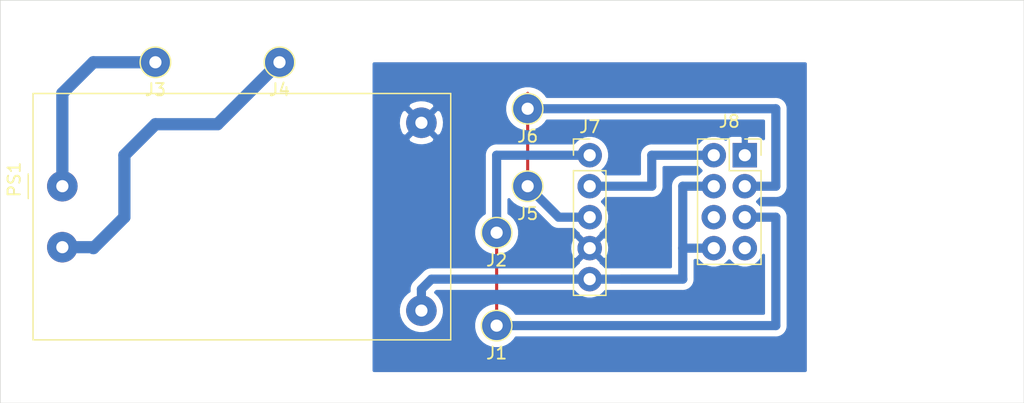
<source format=kicad_pcb>
(kicad_pcb (version 20171130) (host pcbnew "(5.0.2)-1")

  (general
    (thickness 1.6)
    (drawings 4)
    (tracks 35)
    (zones 0)
    (modules 9)
    (nets 8)
  )

  (page User 210.007 148.006)
  (layers
    (0 F.Cu signal)
    (31 B.Cu signal)
    (32 B.Adhes user)
    (33 F.Adhes user)
    (34 B.Paste user)
    (35 F.Paste user)
    (36 B.SilkS user)
    (37 F.SilkS user)
    (38 B.Mask user)
    (39 F.Mask user)
    (40 Dwgs.User user)
    (41 Cmts.User user)
    (42 Eco1.User user)
    (43 Eco2.User user)
    (44 Edge.Cuts user)
    (45 Margin user)
    (46 B.CrtYd user)
    (47 F.CrtYd user)
    (48 B.Fab user)
    (49 F.Fab user)
  )

  (setup
    (last_trace_width 0.25)
    (user_trace_width 0.75)
    (user_trace_width 1)
    (trace_clearance 0.2)
    (zone_clearance 0.508)
    (zone_45_only no)
    (trace_min 0.2)
    (segment_width 0.2)
    (edge_width 0.05)
    (via_size 0.8)
    (via_drill 0.4)
    (via_min_size 0.4)
    (via_min_drill 0.3)
    (uvia_size 0.3)
    (uvia_drill 0.1)
    (uvias_allowed no)
    (uvia_min_size 0.2)
    (uvia_min_drill 0.1)
    (pcb_text_width 0.3)
    (pcb_text_size 1.5 1.5)
    (mod_edge_width 0.12)
    (mod_text_size 1 1)
    (mod_text_width 0.15)
    (pad_size 2 2)
    (pad_drill 1)
    (pad_to_mask_clearance 0)
    (solder_mask_min_width 0.25)
    (aux_axis_origin 0 0)
    (visible_elements 7FFFFFFF)
    (pcbplotparams
      (layerselection 0x00000_fffffffe)
      (usegerberextensions false)
      (usegerberattributes true)
      (usegerberadvancedattributes true)
      (creategerberjobfile true)
      (excludeedgelayer false)
      (linewidth 0.100000)
      (plotframeref false)
      (viasonmask false)
      (mode 1)
      (useauxorigin false)
      (hpglpennumber 1)
      (hpglpenspeed 20)
      (hpglpendiameter 15.000000)
      (psnegative false)
      (psa4output false)
      (plotreference false)
      (plotvalue false)
      (plotinvisibletext false)
      (padsonsilk true)
      (subtractmaskfromsilk false)
      (outputformat 4)
      (mirror false)
      (drillshape 1)
      (scaleselection 1)
      (outputdirectory ""))
  )

  (net 0 "")
  (net 1 /3v3dc)
  (net 2 /gnd)
  (net 3 /ac_live)
  (net 4 /ac_neutral)
  (net 5 /clk)
  (net 6 /cs)
  (net 7 /din)

  (net_class Default "This is the default net class."
    (clearance 0.2)
    (trace_width 0.25)
    (via_dia 0.8)
    (via_drill 0.4)
    (uvia_dia 0.3)
    (uvia_drill 0.1)
    (add_net /3v3dc)
    (add_net /ac_live)
    (add_net /ac_neutral)
    (add_net /clk)
    (add_net /cs)
    (add_net /din)
    (add_net /gnd)
  )

  (module Connector_Pin:Pin_D1.0mm_L10.0mm (layer F.Cu) (tedit 5FCAB211) (tstamp 5FCAAB73)
    (at 33.528 27.2288)
    (descr "solder Pin_ diameter 1.0mm, hole diameter 1.0mm (press fit), length 10.0mm")
    (tags "solder Pin_ press fit")
    (path /5FCA9F7D)
    (fp_text reference J3 (at 0 2.25) (layer F.SilkS)
      (effects (font (size 1 1) (thickness 0.15)))
    )
    (fp_text value Conn_01x01_Male (at 0 -2.05) (layer F.Fab)
      (effects (font (size 1 1) (thickness 0.15)))
    )
    (fp_circle (center 0 0) (end 1.25 0.05) (layer F.SilkS) (width 0.12))
    (fp_circle (center 0 0) (end 1 0) (layer F.Fab) (width 0.12))
    (fp_circle (center 0 0) (end 0.5 0) (layer F.Fab) (width 0.12))
    (fp_circle (center 0 0) (end 1.5 0) (layer F.CrtYd) (width 0.05))
    (fp_text user %R (at 0 2.25) (layer F.Fab)
      (effects (font (size 1 1) (thickness 0.15)))
    )
    (pad 1 thru_hole circle (at 0 0) (size 2.5 2.5) (drill 1) (layers *.Cu *.Mask)
      (net 3 /ac_live))
    (model ${KISYS3DMOD}/Connector_Pin.3dshapes/Pin_D1.0mm_L10.0mm.wrl
      (at (xyz 0 0 0))
      (scale (xyz 1 1 1))
      (rotate (xyz 0 0 0))
    )
  )

  (module Connector_Pin:Pin_D1.0mm_L10.0mm (layer F.Cu) (tedit 5A1DC084) (tstamp 5FCAAB58)
    (at 43.688 27.2288)
    (descr "solder Pin_ diameter 1.0mm, hole diameter 1.0mm (press fit), length 10.0mm")
    (tags "solder Pin_ press fit")
    (path /5FCAA26B)
    (fp_text reference J4 (at 0 2.25) (layer F.SilkS)
      (effects (font (size 1 1) (thickness 0.15)))
    )
    (fp_text value Conn_01x01_Male (at 0 -2.05) (layer F.Fab)
      (effects (font (size 1 1) (thickness 0.15)))
    )
    (fp_text user %R (at 0 2.25) (layer F.Fab)
      (effects (font (size 1 1) (thickness 0.15)))
    )
    (fp_circle (center 0 0) (end 1.5 0) (layer F.CrtYd) (width 0.05))
    (fp_circle (center 0 0) (end 0.5 0) (layer F.Fab) (width 0.12))
    (fp_circle (center 0 0) (end 1 0) (layer F.Fab) (width 0.12))
    (fp_circle (center 0 0) (end 1.25 0.05) (layer F.SilkS) (width 0.12))
    (pad 1 thru_hole circle (at 0 0) (size 2.5 2.5) (drill 1) (layers *.Cu *.Mask)
      (net 4 /ac_neutral))
    (model ${KISYS3DMOD}/Connector_Pin.3dshapes/Pin_D1.0mm_L10.0mm.wrl
      (at (xyz 0 0 0))
      (scale (xyz 1 1 1))
      (rotate (xyz 0 0 0))
    )
  )

  (module Connector_PinHeader_2.54mm:PinHeader_1x05_P2.54mm_Vertical (layer F.Cu) (tedit 5FCAB29E) (tstamp 5FCAAC2A)
    (at 69.088 34.8488)
    (descr "Through hole straight pin header, 1x05, 2.54mm pitch, single row")
    (tags "Through hole pin header THT 1x05 2.54mm single row")
    (path /5FCAB425)
    (fp_text reference J7 (at 0 -2.33) (layer F.SilkS)
      (effects (font (size 1 1) (thickness 0.15)))
    )
    (fp_text value Conn_01x05_Male (at 0 12.49) (layer F.Fab)
      (effects (font (size 1 1) (thickness 0.15)))
    )
    (fp_line (start 1.8 -1.8) (end -1.8 -1.8) (layer F.CrtYd) (width 0.05))
    (fp_line (start 1.8 11.95) (end 1.8 -1.8) (layer F.CrtYd) (width 0.05))
    (fp_line (start -1.8 11.95) (end 1.8 11.95) (layer F.CrtYd) (width 0.05))
    (fp_line (start -1.8 -1.8) (end -1.8 11.95) (layer F.CrtYd) (width 0.05))
    (fp_line (start -1.33 -1.33) (end 0 -1.33) (layer F.SilkS) (width 0.12))
    (fp_line (start -1.33 0) (end -1.33 -1.33) (layer F.SilkS) (width 0.12))
    (fp_line (start -1.33 1.27) (end 1.33 1.27) (layer F.SilkS) (width 0.12))
    (fp_line (start 1.33 1.27) (end 1.33 11.49) (layer F.SilkS) (width 0.12))
    (fp_line (start -1.33 1.27) (end -1.33 11.49) (layer F.SilkS) (width 0.12))
    (fp_line (start -1.33 11.49) (end 1.33 11.49) (layer F.SilkS) (width 0.12))
    (fp_line (start -1.27 -0.635) (end -0.635 -1.27) (layer F.Fab) (width 0.1))
    (fp_line (start -1.27 11.43) (end -1.27 -0.635) (layer F.Fab) (width 0.1))
    (fp_line (start 1.27 11.43) (end -1.27 11.43) (layer F.Fab) (width 0.1))
    (fp_line (start 1.27 -1.27) (end 1.27 11.43) (layer F.Fab) (width 0.1))
    (fp_line (start -0.635 -1.27) (end 1.27 -1.27) (layer F.Fab) (width 0.1))
    (fp_text user %R (at 0 5.08 90) (layer F.Fab)
      (effects (font (size 1 1) (thickness 0.15)))
    )
    (pad 1 thru_hole circle (at 0 0) (size 2 2) (drill 1) (layers *.Cu *.Mask)
      (net 5 /clk))
    (pad 2 thru_hole circle (at 0 2.54) (size 2 2) (drill 1) (layers *.Cu *.Mask)
      (net 6 /cs))
    (pad 3 thru_hole circle (at 0 5.08) (size 2 2) (drill 1) (layers *.Cu *.Mask)
      (net 7 /din))
    (pad 4 thru_hole circle (at 0 7.62) (size 2 2) (drill 1) (layers *.Cu *.Mask)
      (net 2 /gnd))
    (pad 5 thru_hole circle (at 0 10.16) (size 2 2) (drill 1) (layers *.Cu *.Mask)
      (net 1 /3v3dc))
    (model ${KISYS3DMOD}/Connector_PinHeader_2.54mm.3dshapes/PinHeader_1x05_P2.54mm_Vertical.wrl
      (at (xyz 0 0 0))
      (scale (xyz 1 1 1))
      (rotate (xyz 0 0 0))
    )
  )

  (module Connector_PinSocket_2.54mm:PinSocket_2x04_P2.54mm_Vertical (layer F.Cu) (tedit 5FCCACC5) (tstamp 5FCAABBD)
    (at 81.788 34.8488)
    (descr "Through hole straight socket strip, 2x04, 2.54mm pitch, double cols (from Kicad 4.0.7), script generated")
    (tags "Through hole socket strip THT 2x04 2.54mm double row")
    (path /5FCABE24)
    (fp_text reference J8 (at -1.27 -2.77) (layer F.SilkS)
      (effects (font (size 1 1) (thickness 0.15)))
    )
    (fp_text value Conn_02x04_Odd_Even (at -1.27 10.39) (layer F.Fab)
      (effects (font (size 1 1) (thickness 0.15)))
    )
    (fp_line (start -4.34 9.4) (end -4.34 -1.8) (layer F.CrtYd) (width 0.05))
    (fp_line (start 1.76 9.4) (end -4.34 9.4) (layer F.CrtYd) (width 0.05))
    (fp_line (start 1.76 -1.8) (end 1.76 9.4) (layer F.CrtYd) (width 0.05))
    (fp_line (start -4.34 -1.8) (end 1.76 -1.8) (layer F.CrtYd) (width 0.05))
    (fp_line (start 0 -1.33) (end 1.33 -1.33) (layer F.SilkS) (width 0.12))
    (fp_line (start 1.33 -1.33) (end 1.33 0) (layer F.SilkS) (width 0.12))
    (fp_line (start -1.27 -1.33) (end -1.27 1.27) (layer F.SilkS) (width 0.12))
    (fp_line (start -1.27 1.27) (end 1.33 1.27) (layer F.SilkS) (width 0.12))
    (fp_line (start 1.33 1.27) (end 1.33 8.95) (layer F.SilkS) (width 0.12))
    (fp_line (start -3.87 8.95) (end 1.33 8.95) (layer F.SilkS) (width 0.12))
    (fp_line (start -3.87 -1.33) (end -3.87 8.95) (layer F.SilkS) (width 0.12))
    (fp_line (start -3.87 -1.33) (end -1.27 -1.33) (layer F.SilkS) (width 0.12))
    (fp_line (start -3.81 8.89) (end -3.81 -1.27) (layer F.Fab) (width 0.1))
    (fp_line (start 1.27 8.89) (end -3.81 8.89) (layer F.Fab) (width 0.1))
    (fp_line (start 1.27 -0.27) (end 1.27 8.89) (layer F.Fab) (width 0.1))
    (fp_line (start 0.27 -1.27) (end 1.27 -0.27) (layer F.Fab) (width 0.1))
    (fp_line (start -3.81 -1.27) (end 0.27 -1.27) (layer F.Fab) (width 0.1))
    (fp_text user %R (at -1.27 3.81 90) (layer F.Fab)
      (effects (font (size 1 1) (thickness 0.15)))
    )
    (pad 1 thru_hole rect (at 0 0) (size 2 2) (drill 1) (layers *.Cu *.Mask)
      (net 2 /gnd))
    (pad 2 thru_hole circle (at -2.54 0) (size 2 2) (drill 1) (layers *.Cu *.Mask)
      (net 6 /cs))
    (pad 3 thru_hole circle (at 0 2.54) (size 2 2) (drill 1) (layers *.Cu *.Mask)
      (net 7 /din))
    (pad 4 thru_hole circle (at -2.54 2.54) (size 2 2) (drill 1) (layers *.Cu *.Mask)
      (net 1 /3v3dc))
    (pad 5 thru_hole circle (at 0 5.08) (size 2 2) (drill 1) (layers *.Cu *.Mask)
      (net 5 /clk))
    (pad 6 thru_hole circle (at -2.54 5.08) (size 2 2) (drill 1) (layers *.Cu *.Mask))
    (pad 7 thru_hole circle (at 0 7.62) (size 2 2) (drill 1) (layers *.Cu *.Mask))
    (pad 8 thru_hole circle (at -2.54 7.62) (size 2 2) (drill 1) (layers *.Cu *.Mask)
      (net 1 /3v3dc))
    (model ${KISYS3DMOD}/Connector_PinSocket_2.54mm.3dshapes/PinSocket_2x04_P2.54mm_Vertical.wrl
      (at (xyz 0 0 0))
      (scale (xyz 1 1 1))
      (rotate (xyz 0 0 0))
    )
  )

  (module Converter_ACDC:Converter_ACDC_HiLink_HLK-PMxx (layer F.Cu) (tedit 5FCAB241) (tstamp 5FCAB03D)
    (at 25.908 37.3888)
    (descr "ACDC-Converter, 3W, HiLink, HLK-PMxx, THT, http://www.hlktech.net/product_detail.php?ProId=54")
    (tags "ACDC-Converter 3W THT HiLink board mount module")
    (path /5FCBB9AA)
    (fp_text reference PS1 (at -3.94 -0.55 90) (layer F.SilkS)
      (effects (font (size 1 1) (thickness 0.15)))
    )
    (fp_text value HLK-PM03 (at 15.79 13.85) (layer F.Fab)
      (effects (font (size 1 1) (thickness 0.15)))
    )
    (fp_line (start -2.79 -1) (end -2.79 1.01) (layer F.SilkS) (width 0.12))
    (fp_line (start 31.8 -7.6) (end -2.4 -7.6) (layer F.SilkS) (width 0.12))
    (fp_line (start 31.8 12.6) (end 31.8 -7.6) (layer F.SilkS) (width 0.12))
    (fp_line (start -2.4 12.6) (end 31.8 12.6) (layer F.SilkS) (width 0.12))
    (fp_line (start -2.4 -7.6) (end -2.4 12.6) (layer F.SilkS) (width 0.12))
    (fp_line (start -2.55 -7.75) (end -2.55 12.75) (layer F.CrtYd) (width 0.05))
    (fp_line (start 31.95 -7.75) (end -2.55 -7.75) (layer F.CrtYd) (width 0.05))
    (fp_line (start 31.95 12.75) (end 31.95 -7.75) (layer F.CrtYd) (width 0.05))
    (fp_line (start -2.55 12.75) (end 31.95 12.75) (layer F.CrtYd) (width 0.05))
    (fp_line (start -2.3 -1) (end -2.3 -7.5) (layer F.Fab) (width 0.1))
    (fp_line (start -2.29 -1) (end -1.29 0) (layer F.Fab) (width 0.1))
    (fp_line (start -1.29 0) (end -2.29 1) (layer F.Fab) (width 0.1))
    (fp_line (start -2.3 -7.5) (end 31.7 -7.5) (layer F.Fab) (width 0.1))
    (fp_line (start -2.3 12.5) (end -2.3 0.99) (layer F.Fab) (width 0.1))
    (fp_line (start 31.7 12.5) (end 31.7 -7.5) (layer F.Fab) (width 0.1))
    (fp_line (start -2.3 12.5) (end 31.7 12.5) (layer F.Fab) (width 0.1))
    (fp_text user %R (at 14.68 1.17) (layer F.Fab)
      (effects (font (size 1 1) (thickness 0.15)))
    )
    (pad 3 thru_hole circle (at 29.4 -5.2) (size 2.5 2.5) (drill 1) (layers *.Cu *.Mask)
      (net 2 /gnd))
    (pad 1 thru_hole circle (at 0 0) (size 2.5 2.5) (drill 1) (layers *.Cu *.Mask)
      (net 3 /ac_live))
    (pad 2 thru_hole circle (at 0 5) (size 2.5 2.5) (drill 1) (layers *.Cu *.Mask)
      (net 4 /ac_neutral))
    (pad 4 thru_hole circle (at 29.4 10.2) (size 2.5 2.5) (drill 1) (layers *.Cu *.Mask)
      (net 1 /3v3dc))
    (model ${KISYS3DMOD}/Converter_ACDC.3dshapes/Converter_ACDC_HiLink_HLK-PMxx.wrl
      (at (xyz 0 0 0))
      (scale (xyz 1 1 1))
      (rotate (xyz 0 0 0))
    )
  )

  (module Connector_Pin:Pin_D1.0mm_L10.0mm (layer F.Cu) (tedit 5A1DC084) (tstamp 5FCAB163)
    (at 61.468 48.8188)
    (descr "solder Pin_ diameter 1.0mm, hole diameter 1.0mm (press fit), length 10.0mm")
    (tags "solder Pin_ press fit")
    (path /5FCC13A3)
    (fp_text reference J1 (at 0 2.25) (layer F.SilkS)
      (effects (font (size 1 1) (thickness 0.15)))
    )
    (fp_text value Conn_01x01_Male (at 0 -2.05) (layer F.Fab)
      (effects (font (size 1 1) (thickness 0.15)))
    )
    (fp_circle (center 0 0) (end 1.25 0.05) (layer F.SilkS) (width 0.12))
    (fp_circle (center 0 0) (end 1 0) (layer F.Fab) (width 0.12))
    (fp_circle (center 0 0) (end 0.5 0) (layer F.Fab) (width 0.12))
    (fp_circle (center 0 0) (end 1.5 0) (layer F.CrtYd) (width 0.05))
    (fp_text user %R (at 0 2.25) (layer F.Fab)
      (effects (font (size 1 1) (thickness 0.15)))
    )
    (pad 1 thru_hole circle (at 0 0) (size 2.5 2.5) (drill 1) (layers *.Cu *.Mask)
      (net 5 /clk))
    (model ${KISYS3DMOD}/Connector_Pin.3dshapes/Pin_D1.0mm_L10.0mm.wrl
      (at (xyz 0 0 0))
      (scale (xyz 1 1 1))
      (rotate (xyz 0 0 0))
    )
  )

  (module Connector_Pin:Pin_D1.0mm_L10.0mm (layer F.Cu) (tedit 5A1DC084) (tstamp 5FCAB16D)
    (at 61.468 41.1988)
    (descr "solder Pin_ diameter 1.0mm, hole diameter 1.0mm (press fit), length 10.0mm")
    (tags "solder Pin_ press fit")
    (path /5FCC1918)
    (fp_text reference J2 (at 0 2.25) (layer F.SilkS)
      (effects (font (size 1 1) (thickness 0.15)))
    )
    (fp_text value Conn_01x01_Male (at 0 -2.05) (layer F.Fab)
      (effects (font (size 1 1) (thickness 0.15)))
    )
    (fp_text user %R (at 0 2.25) (layer F.Fab)
      (effects (font (size 1 1) (thickness 0.15)))
    )
    (fp_circle (center 0 0) (end 1.5 0) (layer F.CrtYd) (width 0.05))
    (fp_circle (center 0 0) (end 0.5 0) (layer F.Fab) (width 0.12))
    (fp_circle (center 0 0) (end 1 0) (layer F.Fab) (width 0.12))
    (fp_circle (center 0 0) (end 1.25 0.05) (layer F.SilkS) (width 0.12))
    (pad 1 thru_hole circle (at 0 0) (size 2.5 2.5) (drill 1) (layers *.Cu *.Mask)
      (net 5 /clk))
    (model ${KISYS3DMOD}/Connector_Pin.3dshapes/Pin_D1.0mm_L10.0mm.wrl
      (at (xyz 0 0 0))
      (scale (xyz 1 1 1))
      (rotate (xyz 0 0 0))
    )
  )

  (module Connector_Pin:Pin_D1.0mm_L10.0mm (layer F.Cu) (tedit 5A1DC084) (tstamp 5FCAB24D)
    (at 64.008 37.3888)
    (descr "solder Pin_ diameter 1.0mm, hole diameter 1.0mm (press fit), length 10.0mm")
    (tags "solder Pin_ press fit")
    (path /5FCCAC39)
    (fp_text reference J5 (at 0 2.25) (layer F.SilkS)
      (effects (font (size 1 1) (thickness 0.15)))
    )
    (fp_text value Conn_01x01_Male (at 0 -2.05) (layer F.Fab)
      (effects (font (size 1 1) (thickness 0.15)))
    )
    (fp_text user %R (at 0 2.25) (layer F.Fab)
      (effects (font (size 1 1) (thickness 0.15)))
    )
    (fp_circle (center 0 0) (end 1.5 0) (layer F.CrtYd) (width 0.05))
    (fp_circle (center 0 0) (end 0.5 0) (layer F.Fab) (width 0.12))
    (fp_circle (center 0 0) (end 1 0) (layer F.Fab) (width 0.12))
    (fp_circle (center 0 0) (end 1.25 0.05) (layer F.SilkS) (width 0.12))
    (pad 1 thru_hole circle (at 0 0) (size 2.5 2.5) (drill 1) (layers *.Cu *.Mask)
      (net 7 /din))
    (model ${KISYS3DMOD}/Connector_Pin.3dshapes/Pin_D1.0mm_L10.0mm.wrl
      (at (xyz 0 0 0))
      (scale (xyz 1 1 1))
      (rotate (xyz 0 0 0))
    )
  )

  (module Connector_Pin:Pin_D1.0mm_L10.0mm (layer F.Cu) (tedit 5A1DC084) (tstamp 5FCAB257)
    (at 64.008 31.0388)
    (descr "solder Pin_ diameter 1.0mm, hole diameter 1.0mm (press fit), length 10.0mm")
    (tags "solder Pin_ press fit")
    (path /5FCCA951)
    (fp_text reference J6 (at 0 2.25) (layer F.SilkS)
      (effects (font (size 1 1) (thickness 0.15)))
    )
    (fp_text value Conn_01x01_Male (at 0 -2.05) (layer F.Fab)
      (effects (font (size 1 1) (thickness 0.15)))
    )
    (fp_circle (center 0 0) (end 1.25 0.05) (layer F.SilkS) (width 0.12))
    (fp_circle (center 0 0) (end 1 0) (layer F.Fab) (width 0.12))
    (fp_circle (center 0 0) (end 0.5 0) (layer F.Fab) (width 0.12))
    (fp_circle (center 0 0) (end 1.5 0) (layer F.CrtYd) (width 0.05))
    (fp_text user %R (at 0 2.25) (layer F.Fab)
      (effects (font (size 1 1) (thickness 0.15)))
    )
    (pad 1 thru_hole circle (at 0 0) (size 2.5 2.5) (drill 1) (layers *.Cu *.Mask)
      (net 7 /din))
    (model ${KISYS3DMOD}/Connector_Pin.3dshapes/Pin_D1.0mm_L10.0mm.wrl
      (at (xyz 0 0 0))
      (scale (xyz 1 1 1))
      (rotate (xyz 0 0 0))
    )
  )

  (gr_line (start 104.648 22.1488) (end 20.828 22.1488) (layer Edge.Cuts) (width 0.05) (tstamp 5FCAB352))
  (gr_line (start 104.648 55.1688) (end 104.648 22.1488) (layer Edge.Cuts) (width 0.05))
  (gr_line (start 20.828 55.1688) (end 104.648 55.1688) (layer Edge.Cuts) (width 0.05))
  (gr_line (start 20.828 22.1488) (end 20.828 55.1688) (layer Edge.Cuts) (width 0.05))

  (segment (start 79.248 42.4688) (end 76.708 42.4688) (width 0.75) (layer B.Cu) (net 1) (status 10))
  (segment (start 76.708 42.4688) (end 76.708 37.3888) (width 0.75) (layer B.Cu) (net 1))
  (segment (start 76.708 37.3888) (end 79.248 37.3888) (width 0.75) (layer B.Cu) (net 1) (status 20))
  (segment (start 76.708 42.4688) (end 76.708 45.0088) (width 0.75) (layer B.Cu) (net 1))
  (segment (start 69.088 45.0088) (end 76.708 45.0088) (width 0.75) (layer B.Cu) (net 1) (status 10))
  (segment (start 76.708 45.0088) (end 71.628 45.0088) (width 0.75) (layer B.Cu) (net 1))
  (segment (start 55.308 47.5888) (end 55.308 45.8348) (width 0.75) (layer B.Cu) (net 1) (status 10))
  (segment (start 56.134 45.0088) (end 69.088 45.0088) (width 0.75) (layer B.Cu) (net 1) (status 20))
  (segment (start 55.308 45.8348) (end 56.134 45.0088) (width 0.75) (layer B.Cu) (net 1))
  (segment (start 25.908 37.3888) (end 25.908 29.7688) (width 1) (layer B.Cu) (net 3))
  (segment (start 28.448 27.2288) (end 33.528 27.2288) (width 1) (layer B.Cu) (net 3))
  (segment (start 25.908 29.7688) (end 28.448 27.2288) (width 1) (layer B.Cu) (net 3))
  (segment (start 43.688 27.2288) (end 38.608 32.3088) (width 1) (layer B.Cu) (net 4))
  (segment (start 38.608 32.3088) (end 33.528 32.3088) (width 1) (layer B.Cu) (net 4))
  (segment (start 33.528 32.3088) (end 30.988 34.8488) (width 1) (layer B.Cu) (net 4))
  (segment (start 30.988 34.8488) (end 30.988 39.9288) (width 1) (layer B.Cu) (net 4))
  (segment (start 30.988 39.9288) (end 28.448 42.4688) (width 1) (layer B.Cu) (net 4))
  (segment (start 28.368 42.3888) (end 25.908 42.3888) (width 1) (layer B.Cu) (net 4))
  (segment (start 28.448 42.4688) (end 28.368 42.3888) (width 1) (layer B.Cu) (net 4))
  (segment (start 84.328 39.9288) (end 81.788 39.9288) (width 0.75) (layer B.Cu) (net 5))
  (segment (start 61.468 48.8188) (end 84.328 48.8188) (width 0.75) (layer B.Cu) (net 5))
  (segment (start 84.328 39.9288) (end 84.328 48.8188) (width 0.75) (layer B.Cu) (net 5))
  (segment (start 61.468 42.966566) (end 61.468 48.8188) (width 0.25) (layer F.Cu) (net 5))
  (segment (start 61.468 41.1988) (end 61.468 42.966566) (width 0.25) (layer F.Cu) (net 5))
  (segment (start 61.468 34.8488) (end 61.468 41.1988) (width 0.75) (layer B.Cu) (net 5))
  (segment (start 69.088 34.8488) (end 61.468 34.8488) (width 0.75) (layer B.Cu) (net 5))
  (segment (start 69.088 37.3888) (end 74.168 37.3888) (width 0.75) (layer B.Cu) (net 6) (status 10))
  (segment (start 74.168 37.3888) (end 74.168 34.8488) (width 0.75) (layer B.Cu) (net 6))
  (segment (start 74.168 34.8488) (end 79.248 34.8488) (width 0.75) (layer B.Cu) (net 6) (status 20))
  (segment (start 69.088 39.9288) (end 66.548 39.9288) (width 0.75) (layer B.Cu) (net 7))
  (segment (start 66.548 39.9288) (end 64.008 37.3888) (width 0.75) (layer B.Cu) (net 7))
  (segment (start 64.008 29.7688) (end 64.008 37.3888) (width 0.25) (layer F.Cu) (net 7))
  (segment (start 81.788 37.3888) (end 84.328 37.3888) (width 0.75) (layer B.Cu) (net 7))
  (segment (start 64.008 31.0388) (end 84.328 31.0388) (width 0.75) (layer B.Cu) (net 7))
  (segment (start 84.328 31.0388) (end 84.328 37.3888) (width 0.75) (layer B.Cu) (net 7))

  (zone (net 2) (net_name /gnd) (layer B.Cu) (tstamp 5FCCAF0F) (hatch edge 0.508)
    (connect_pads (clearance 0.508))
    (min_thickness 0.254)
    (fill yes (arc_segments 32) (thermal_gap 0.508) (thermal_bridge_width 0.508))
    (polygon
      (pts
        (xy 86.868 52.6288) (xy 51.308 52.6288) (xy 51.308 27.2288) (xy 86.868 27.2288)
      )
    )
    (filled_polygon
      (pts
        (xy 86.741 52.5018) (xy 51.435 52.5018) (xy 51.435 47.403144) (xy 53.423 47.403144) (xy 53.423 47.774456)
        (xy 53.495439 48.138634) (xy 53.637534 48.481682) (xy 53.843825 48.790418) (xy 54.106382 49.052975) (xy 54.415118 49.259266)
        (xy 54.758166 49.401361) (xy 55.122344 49.4738) (xy 55.493656 49.4738) (xy 55.857834 49.401361) (xy 56.200882 49.259266)
        (xy 56.509618 49.052975) (xy 56.772175 48.790418) (xy 56.978466 48.481682) (xy 57.120561 48.138634) (xy 57.193 47.774456)
        (xy 57.193 47.403144) (xy 57.120561 47.038966) (xy 56.978466 46.695918) (xy 56.772175 46.387182) (xy 56.509618 46.124625)
        (xy 56.4718 46.099355) (xy 56.552355 46.0188) (xy 67.796463 46.0188) (xy 67.818013 46.051052) (xy 68.045748 46.278787)
        (xy 68.313537 46.457718) (xy 68.611088 46.580968) (xy 68.926967 46.6438) (xy 69.249033 46.6438) (xy 69.564912 46.580968)
        (xy 69.862463 46.457718) (xy 70.130252 46.278787) (xy 70.357987 46.051052) (xy 70.379537 46.0188) (xy 76.658393 46.0188)
        (xy 76.708 46.023686) (xy 76.905994 46.004185) (xy 77.09638 45.946432) (xy 77.27184 45.852647) (xy 77.425633 45.726433)
        (xy 77.551847 45.57264) (xy 77.645632 45.39718) (xy 77.703385 45.206794) (xy 77.718 45.058408) (xy 77.722886 45.0088)
        (xy 77.718 44.959192) (xy 77.718 43.4788) (xy 77.956463 43.4788) (xy 77.978013 43.511052) (xy 78.205748 43.738787)
        (xy 78.473537 43.917718) (xy 78.771088 44.040968) (xy 79.086967 44.1038) (xy 79.409033 44.1038) (xy 79.724912 44.040968)
        (xy 80.022463 43.917718) (xy 80.290252 43.738787) (xy 80.517987 43.511052) (xy 80.518 43.511033) (xy 80.518013 43.511052)
        (xy 80.745748 43.738787) (xy 81.013537 43.917718) (xy 81.311088 44.040968) (xy 81.626967 44.1038) (xy 81.949033 44.1038)
        (xy 82.264912 44.040968) (xy 82.562463 43.917718) (xy 82.830252 43.738787) (xy 83.057987 43.511052) (xy 83.236918 43.243263)
        (xy 83.318 43.047513) (xy 83.318001 47.8088) (xy 63.06021 47.8088) (xy 62.932175 47.617182) (xy 62.669618 47.354625)
        (xy 62.360882 47.148334) (xy 62.017834 47.006239) (xy 61.653656 46.9338) (xy 61.282344 46.9338) (xy 60.918166 47.006239)
        (xy 60.575118 47.148334) (xy 60.266382 47.354625) (xy 60.003825 47.617182) (xy 59.797534 47.925918) (xy 59.655439 48.268966)
        (xy 59.583 48.633144) (xy 59.583 49.004456) (xy 59.655439 49.368634) (xy 59.797534 49.711682) (xy 60.003825 50.020418)
        (xy 60.266382 50.282975) (xy 60.575118 50.489266) (xy 60.918166 50.631361) (xy 61.282344 50.7038) (xy 61.653656 50.7038)
        (xy 62.017834 50.631361) (xy 62.360882 50.489266) (xy 62.669618 50.282975) (xy 62.932175 50.020418) (xy 63.06021 49.8288)
        (xy 84.278393 49.8288) (xy 84.328 49.833686) (xy 84.525994 49.814185) (xy 84.71638 49.756432) (xy 84.89184 49.662647)
        (xy 85.045633 49.536433) (xy 85.171847 49.38264) (xy 85.265632 49.20718) (xy 85.323385 49.016794) (xy 85.338 48.868408)
        (xy 85.342886 48.8188) (xy 85.338 48.769192) (xy 85.338 39.978408) (xy 85.342886 39.9288) (xy 85.323385 39.730806)
        (xy 85.265632 39.54042) (xy 85.171847 39.36496) (xy 85.045633 39.211167) (xy 84.89184 39.084953) (xy 84.71638 38.991168)
        (xy 84.525994 38.933415) (xy 84.377608 38.9188) (xy 84.377607 38.9188) (xy 84.328 38.913914) (xy 84.278392 38.9188)
        (xy 83.079537 38.9188) (xy 83.057987 38.886548) (xy 82.830252 38.658813) (xy 82.830233 38.6588) (xy 82.830252 38.658787)
        (xy 83.057987 38.431052) (xy 83.079537 38.3988) (xy 84.278393 38.3988) (xy 84.328 38.403686) (xy 84.525994 38.384185)
        (xy 84.71638 38.326432) (xy 84.89184 38.232647) (xy 85.045633 38.106433) (xy 85.171847 37.95264) (xy 85.265632 37.77718)
        (xy 85.323385 37.586794) (xy 85.338 37.438408) (xy 85.338 37.438407) (xy 85.342886 37.3888) (xy 85.338 37.339192)
        (xy 85.338 31.088408) (xy 85.342886 31.0388) (xy 85.323385 30.840806) (xy 85.265632 30.65042) (xy 85.171847 30.47496)
        (xy 85.045633 30.321167) (xy 84.89184 30.194953) (xy 84.71638 30.101168) (xy 84.525994 30.043415) (xy 84.377608 30.0288)
        (xy 84.377607 30.0288) (xy 84.328 30.023914) (xy 84.278392 30.0288) (xy 65.60021 30.0288) (xy 65.472175 29.837182)
        (xy 65.209618 29.574625) (xy 64.900882 29.368334) (xy 64.557834 29.226239) (xy 64.193656 29.1538) (xy 63.822344 29.1538)
        (xy 63.458166 29.226239) (xy 63.115118 29.368334) (xy 62.806382 29.574625) (xy 62.543825 29.837182) (xy 62.337534 30.145918)
        (xy 62.195439 30.488966) (xy 62.123 30.853144) (xy 62.123 31.224456) (xy 62.195439 31.588634) (xy 62.337534 31.931682)
        (xy 62.543825 32.240418) (xy 62.806382 32.502975) (xy 63.115118 32.709266) (xy 63.458166 32.851361) (xy 63.822344 32.9238)
        (xy 64.193656 32.9238) (xy 64.557834 32.851361) (xy 64.900882 32.709266) (xy 65.209618 32.502975) (xy 65.472175 32.240418)
        (xy 65.60021 32.0488) (xy 83.318 32.0488) (xy 83.318 33.499031) (xy 83.281237 33.444011) (xy 83.192789 33.355563)
        (xy 83.088785 33.28607) (xy 82.973223 33.238203) (xy 82.850542 33.2138) (xy 82.07375 33.2138) (xy 81.915 33.37255)
        (xy 81.915 34.7218) (xy 81.935 34.7218) (xy 81.935 34.9758) (xy 81.915 34.9758) (xy 81.915 34.9958)
        (xy 81.661 34.9958) (xy 81.661 34.9758) (xy 81.641 34.9758) (xy 81.641 34.7218) (xy 81.661 34.7218)
        (xy 81.661 33.37255) (xy 81.50225 33.2138) (xy 80.725458 33.2138) (xy 80.602777 33.238203) (xy 80.487215 33.28607)
        (xy 80.383211 33.355563) (xy 80.294763 33.444011) (xy 80.2311 33.539289) (xy 80.022463 33.399882) (xy 79.724912 33.276632)
        (xy 79.409033 33.2138) (xy 79.086967 33.2138) (xy 78.771088 33.276632) (xy 78.473537 33.399882) (xy 78.205748 33.578813)
        (xy 77.978013 33.806548) (xy 77.956463 33.8388) (xy 74.217608 33.8388) (xy 74.168 33.833914) (xy 74.118393 33.8388)
        (xy 74.118392 33.8388) (xy 73.970006 33.853415) (xy 73.77962 33.911168) (xy 73.60416 34.004953) (xy 73.450367 34.131167)
        (xy 73.324153 34.28496) (xy 73.230368 34.46042) (xy 73.172615 34.650806) (xy 73.153114 34.8488) (xy 73.158001 34.898417)
        (xy 73.158 36.3788) (xy 70.379537 36.3788) (xy 70.357987 36.346548) (xy 70.130252 36.118813) (xy 70.130233 36.1188)
        (xy 70.130252 36.118787) (xy 70.357987 35.891052) (xy 70.536918 35.623263) (xy 70.660168 35.325712) (xy 70.723 35.009833)
        (xy 70.723 34.687767) (xy 70.660168 34.371888) (xy 70.536918 34.074337) (xy 70.357987 33.806548) (xy 70.130252 33.578813)
        (xy 69.862463 33.399882) (xy 69.564912 33.276632) (xy 69.249033 33.2138) (xy 68.926967 33.2138) (xy 68.611088 33.276632)
        (xy 68.313537 33.399882) (xy 68.045748 33.578813) (xy 67.818013 33.806548) (xy 67.796463 33.8388) (xy 61.517607 33.8388)
        (xy 61.468 33.833914) (xy 61.418392 33.8388) (xy 61.270006 33.853415) (xy 61.07962 33.911168) (xy 60.90416 34.004953)
        (xy 60.750367 34.131167) (xy 60.624153 34.28496) (xy 60.530368 34.46042) (xy 60.472615 34.650806) (xy 60.453114 34.8488)
        (xy 60.458 34.898408) (xy 60.458001 39.606589) (xy 60.266382 39.734625) (xy 60.003825 39.997182) (xy 59.797534 40.305918)
        (xy 59.655439 40.648966) (xy 59.583 41.013144) (xy 59.583 41.384456) (xy 59.655439 41.748634) (xy 59.797534 42.091682)
        (xy 60.003825 42.400418) (xy 60.266382 42.662975) (xy 60.575118 42.869266) (xy 60.918166 43.011361) (xy 61.282344 43.0838)
        (xy 61.653656 43.0838) (xy 62.017834 43.011361) (xy 62.360882 42.869266) (xy 62.669618 42.662975) (xy 62.801198 42.531395)
        (xy 67.446282 42.531395) (xy 67.490039 42.850475) (xy 67.595205 43.154888) (xy 67.688186 43.328844) (xy 67.952587 43.424608)
        (xy 68.908395 42.4688) (xy 69.267605 42.4688) (xy 70.223413 43.424608) (xy 70.487814 43.328844) (xy 70.628704 43.039229)
        (xy 70.710384 42.727692) (xy 70.729718 42.406205) (xy 70.685961 42.087125) (xy 70.580795 41.782712) (xy 70.487814 41.608756)
        (xy 70.223413 41.512992) (xy 69.267605 42.4688) (xy 68.908395 42.4688) (xy 67.952587 41.512992) (xy 67.688186 41.608756)
        (xy 67.547296 41.898371) (xy 67.465616 42.209908) (xy 67.446282 42.531395) (xy 62.801198 42.531395) (xy 62.932175 42.400418)
        (xy 63.138466 42.091682) (xy 63.280561 41.748634) (xy 63.353 41.384456) (xy 63.353 41.013144) (xy 63.280561 40.648966)
        (xy 63.138466 40.305918) (xy 62.932175 39.997182) (xy 62.669618 39.734625) (xy 62.478 39.60659) (xy 62.478 38.491904)
        (xy 62.543825 38.590418) (xy 62.806382 38.852975) (xy 63.115118 39.059266) (xy 63.458166 39.201361) (xy 63.822344 39.2738)
        (xy 64.193656 39.2738) (xy 64.419685 39.22884) (xy 65.798744 40.6079) (xy 65.830367 40.646433) (xy 65.98416 40.772647)
        (xy 66.15962 40.866432) (xy 66.350006 40.924185) (xy 66.498392 40.9388) (xy 66.498394 40.9388) (xy 66.547999 40.943686)
        (xy 66.597604 40.9388) (xy 67.796463 40.9388) (xy 67.818013 40.971052) (xy 68.045748 41.198787) (xy 68.1546 41.27152)
        (xy 68.132192 41.333387) (xy 69.088 42.289195) (xy 70.043808 41.333387) (xy 70.0214 41.27152) (xy 70.130252 41.198787)
        (xy 70.357987 40.971052) (xy 70.536918 40.703263) (xy 70.660168 40.405712) (xy 70.723 40.089833) (xy 70.723 39.767767)
        (xy 70.660168 39.451888) (xy 70.536918 39.154337) (xy 70.357987 38.886548) (xy 70.130252 38.658813) (xy 70.130233 38.6588)
        (xy 70.130252 38.658787) (xy 70.357987 38.431052) (xy 70.379537 38.3988) (xy 74.118392 38.3988) (xy 74.168 38.403686)
        (xy 74.217607 38.3988) (xy 74.217608 38.3988) (xy 74.365994 38.384185) (xy 74.55638 38.326432) (xy 74.73184 38.232647)
        (xy 74.885633 38.106433) (xy 75.011847 37.95264) (xy 75.105632 37.77718) (xy 75.163385 37.586794) (xy 75.182886 37.3888)
        (xy 75.178 37.339192) (xy 75.178 35.8588) (xy 77.956463 35.8588) (xy 77.978013 35.891052) (xy 78.205748 36.118787)
        (xy 78.205767 36.1188) (xy 78.205748 36.118813) (xy 77.978013 36.346548) (xy 77.956463 36.3788) (xy 76.757608 36.3788)
        (xy 76.708 36.373914) (xy 76.658393 36.3788) (xy 76.658392 36.3788) (xy 76.510006 36.393415) (xy 76.31962 36.451168)
        (xy 76.14416 36.544953) (xy 75.990367 36.671167) (xy 75.864153 36.82496) (xy 75.770368 37.00042) (xy 75.712615 37.190806)
        (xy 75.693114 37.3888) (xy 75.698001 37.438418) (xy 75.698 42.419192) (xy 75.693114 42.4688) (xy 75.698 42.518407)
        (xy 75.698001 43.9988) (xy 70.379537 43.9988) (xy 70.357987 43.966548) (xy 70.130252 43.738813) (xy 70.0214 43.66608)
        (xy 70.043808 43.604213) (xy 69.088 42.648405) (xy 68.132192 43.604213) (xy 68.1546 43.66608) (xy 68.045748 43.738813)
        (xy 67.818013 43.966548) (xy 67.796463 43.9988) (xy 56.183604 43.9988) (xy 56.133999 43.993914) (xy 56.084394 43.9988)
        (xy 56.084392 43.9988) (xy 55.936006 44.013415) (xy 55.74562 44.071168) (xy 55.57016 44.164953) (xy 55.416367 44.291167)
        (xy 55.384739 44.329706) (xy 54.628901 45.085544) (xy 54.590368 45.117167) (xy 54.558745 45.1557) (xy 54.558744 45.155701)
        (xy 54.464154 45.27096) (xy 54.370368 45.446421) (xy 54.312615 45.636806) (xy 54.293114 45.8348) (xy 54.298001 45.884417)
        (xy 54.298001 45.996589) (xy 54.106382 46.124625) (xy 53.843825 46.387182) (xy 53.637534 46.695918) (xy 53.495439 47.038966)
        (xy 53.423 47.403144) (xy 51.435 47.403144) (xy 51.435 33.502405) (xy 54.174 33.502405) (xy 54.299914 33.792377)
        (xy 54.632126 33.958233) (xy 54.990312 34.05609) (xy 55.360706 34.082189) (xy 55.729075 34.035525) (xy 56.081262 33.917894)
        (xy 56.316086 33.792377) (xy 56.442 33.502405) (xy 55.308 32.368405) (xy 54.174 33.502405) (xy 51.435 33.502405)
        (xy 51.435 32.241506) (xy 53.414611 32.241506) (xy 53.461275 32.609875) (xy 53.578906 32.962062) (xy 53.704423 33.196886)
        (xy 53.994395 33.3228) (xy 55.128395 32.1888) (xy 55.487605 32.1888) (xy 56.621605 33.3228) (xy 56.911577 33.196886)
        (xy 57.077433 32.864674) (xy 57.17529 32.506488) (xy 57.201389 32.136094) (xy 57.154725 31.767725) (xy 57.037094 31.415538)
        (xy 56.911577 31.180714) (xy 56.621605 31.0548) (xy 55.487605 32.1888) (xy 55.128395 32.1888) (xy 53.994395 31.0548)
        (xy 53.704423 31.180714) (xy 53.538567 31.512926) (xy 53.44071 31.871112) (xy 53.414611 32.241506) (xy 51.435 32.241506)
        (xy 51.435 30.875195) (xy 54.174 30.875195) (xy 55.308 32.009195) (xy 56.442 30.875195) (xy 56.316086 30.585223)
        (xy 55.983874 30.419367) (xy 55.625688 30.32151) (xy 55.255294 30.295411) (xy 54.886925 30.342075) (xy 54.534738 30.459706)
        (xy 54.299914 30.585223) (xy 54.174 30.875195) (xy 51.435 30.875195) (xy 51.435 27.3558) (xy 86.741 27.3558)
      )
    )
  )
)

</source>
